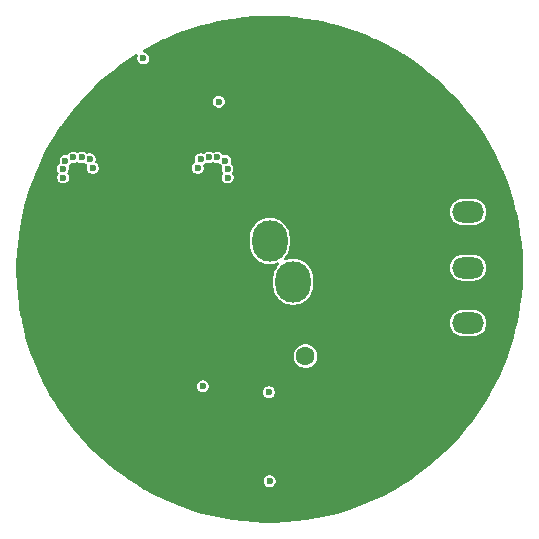
<source format=gbl>
%TF.GenerationSoftware,KiCad,Pcbnew,9.0.6*%
%TF.CreationDate,2025-12-14T23:52:50+01:00*%
%TF.ProjectId,ledConnect,6c656443-6f6e-46e6-9563-742e6b696361,rev?*%
%TF.SameCoordinates,Original*%
%TF.FileFunction,Copper,L4,Bot*%
%TF.FilePolarity,Positive*%
%FSLAX46Y46*%
G04 Gerber Fmt 4.6, Leading zero omitted, Abs format (unit mm)*
G04 Created by KiCad (PCBNEW 9.0.6) date 2025-12-14 23:52:50*
%MOMM*%
%LPD*%
G01*
G04 APERTURE LIST*
%TA.AperFunction,ComponentPad*%
%ADD10O,2.700000X1.800000*%
%TD*%
%TA.AperFunction,ComponentPad*%
%ADD11C,1.600000*%
%TD*%
%TA.AperFunction,ComponentPad*%
%ADD12O,3.000000X3.500000*%
%TD*%
%TA.AperFunction,ViaPad*%
%ADD13C,0.600000*%
%TD*%
G04 APERTURE END LIST*
D10*
%TO.P,SW1,1,1*%
%TO.N,VIN2*%
X169612500Y-88000000D03*
%TO.P,SW1,2,2*%
%TO.N,Net-(Q1-S-Pad1)*%
X169612500Y-92700000D03*
%TO.P,SW1,3,3*%
%TO.N,VDC*%
X169612500Y-97400000D03*
%TD*%
D11*
%TO.P,C1,1,1*%
%TO.N,VDC*%
X155832500Y-100200000D03*
%TO.P,C1,2,2*%
%TO.N,GND*%
X160832500Y-100200000D03*
%TD*%
D12*
%TO.P,U1,1,1*%
%TO.N,GND*%
X150812500Y-93900000D03*
%TO.P,U1,2,2*%
%TO.N,LED_DATA*%
X152812500Y-90440000D03*
%TO.P,U1,3,3*%
%TO.N,VIN*%
X154812500Y-93900000D03*
%TD*%
D13*
%TO.N,VDC*%
X147150000Y-102760000D03*
X148510000Y-78660000D03*
X142110000Y-75000000D03*
%TO.N,LED_DATA*%
X152810000Y-110775000D03*
X152750000Y-103250000D03*
%TO.N,VIN2*%
X135314764Y-85080000D03*
X135312500Y-84320000D03*
X146732500Y-84270000D03*
X136174764Y-83380000D03*
X149252500Y-85080000D03*
X137834764Y-84270000D03*
X146995918Y-83514609D03*
X148392500Y-83380000D03*
X135524764Y-83640000D03*
X136884764Y-83380000D03*
X149042500Y-83640000D03*
X137571346Y-83514609D03*
X147682500Y-83380000D03*
X149242500Y-84320000D03*
%TD*%
%TA.AperFunction,Conductor*%
%TO.N,GND*%
G36*
X153258357Y-71405186D02*
G01*
X154139093Y-71441615D01*
X154144171Y-71441930D01*
X155022658Y-71514724D01*
X155027673Y-71515243D01*
X155902426Y-71624281D01*
X155907497Y-71625019D01*
X156776953Y-71770106D01*
X156781962Y-71771049D01*
X157644687Y-71951944D01*
X157649654Y-71953093D01*
X158245622Y-72104012D01*
X158504166Y-72169484D01*
X158509109Y-72170845D01*
X159353954Y-72422367D01*
X159358784Y-72423915D01*
X160008366Y-72646916D01*
X160192506Y-72710132D01*
X160197318Y-72711896D01*
X160352203Y-72772332D01*
X161018509Y-73032325D01*
X161023173Y-73034257D01*
X161662064Y-73314501D01*
X161830448Y-73388361D01*
X161835069Y-73390502D01*
X162627039Y-73777673D01*
X162631479Y-73779958D01*
X163406768Y-74199523D01*
X163411212Y-74202049D01*
X163566024Y-74294297D01*
X164127493Y-74628860D01*
X164168442Y-74653260D01*
X164172790Y-74655974D01*
X164910733Y-75138096D01*
X164914964Y-75140988D01*
X165632346Y-75653188D01*
X165636427Y-75656231D01*
X166034230Y-75965853D01*
X166332037Y-76197646D01*
X166336016Y-76200877D01*
X167008638Y-76770558D01*
X167012480Y-76773950D01*
X167661015Y-77370969D01*
X167664713Y-77374518D01*
X168287981Y-77997786D01*
X168291530Y-78001484D01*
X168888549Y-78650019D01*
X168891941Y-78653861D01*
X169461622Y-79326483D01*
X169464853Y-79330462D01*
X169772748Y-79726044D01*
X170006262Y-80026064D01*
X170009311Y-80030153D01*
X170521511Y-80747535D01*
X170524403Y-80751766D01*
X171006525Y-81489709D01*
X171009239Y-81494057D01*
X171460450Y-82251287D01*
X171462982Y-82255743D01*
X171882531Y-83031002D01*
X171884835Y-83035478D01*
X172254138Y-83790898D01*
X172271983Y-83827401D01*
X172274138Y-83832051D01*
X172495144Y-84335892D01*
X172626323Y-84634951D01*
X172628227Y-84639290D01*
X172630183Y-84644014D01*
X172705464Y-84836941D01*
X172950603Y-85465181D01*
X172952367Y-85469993D01*
X173238576Y-86303690D01*
X173240140Y-86308571D01*
X173491654Y-87153391D01*
X173493015Y-87158333D01*
X173709403Y-88012832D01*
X173710558Y-88017825D01*
X173891447Y-88880523D01*
X173892395Y-88885560D01*
X174037479Y-89755001D01*
X174038218Y-89760073D01*
X174147251Y-90634785D01*
X174147779Y-90639883D01*
X174220567Y-91518309D01*
X174220885Y-91523425D01*
X174257313Y-92404142D01*
X174257419Y-92409266D01*
X174257419Y-93290733D01*
X174257313Y-93295857D01*
X174220885Y-94176574D01*
X174220567Y-94181690D01*
X174147779Y-95060116D01*
X174147251Y-95065214D01*
X174038218Y-95939926D01*
X174037479Y-95944998D01*
X173892395Y-96814439D01*
X173891447Y-96819476D01*
X173710558Y-97682174D01*
X173709403Y-97687167D01*
X173493015Y-98541666D01*
X173491654Y-98546608D01*
X173240140Y-99391428D01*
X173238576Y-99396309D01*
X172952367Y-100230006D01*
X172950603Y-100234818D01*
X172630188Y-101055974D01*
X172628227Y-101060709D01*
X172274138Y-101867948D01*
X172271983Y-101872598D01*
X171884845Y-102664501D01*
X171882515Y-102669029D01*
X171462982Y-103444256D01*
X171460450Y-103448712D01*
X171009239Y-104205942D01*
X171006525Y-104210290D01*
X170524403Y-104948233D01*
X170521511Y-104952464D01*
X170009311Y-105669846D01*
X170006247Y-105673955D01*
X169464853Y-106369537D01*
X169461622Y-106373516D01*
X168891941Y-107046138D01*
X168888549Y-107049980D01*
X168291530Y-107698515D01*
X168287981Y-107702213D01*
X167664713Y-108325481D01*
X167661015Y-108329030D01*
X167012480Y-108926049D01*
X167008638Y-108929441D01*
X166336016Y-109499122D01*
X166332037Y-109502353D01*
X165636455Y-110043747D01*
X165632346Y-110046811D01*
X164914964Y-110559011D01*
X164910733Y-110561903D01*
X164172790Y-111044025D01*
X164168442Y-111046739D01*
X163411212Y-111497950D01*
X163406756Y-111500482D01*
X162875639Y-111787908D01*
X162631517Y-111920021D01*
X162627001Y-111922345D01*
X162036911Y-112210822D01*
X161835098Y-112309483D01*
X161830448Y-112311638D01*
X161023209Y-112665727D01*
X161018474Y-112667688D01*
X160197318Y-112988103D01*
X160192506Y-112989867D01*
X159358809Y-113276076D01*
X159353928Y-113277640D01*
X158509108Y-113529154D01*
X158504166Y-113530515D01*
X157649667Y-113746903D01*
X157644674Y-113748058D01*
X156781976Y-113928947D01*
X156776939Y-113929895D01*
X155907498Y-114074979D01*
X155902426Y-114075718D01*
X155027714Y-114184751D01*
X155022616Y-114185279D01*
X154144190Y-114258067D01*
X154139074Y-114258385D01*
X153258358Y-114294813D01*
X153253234Y-114294919D01*
X152371766Y-114294919D01*
X152366642Y-114294813D01*
X151485925Y-114258385D01*
X151480809Y-114258067D01*
X150602383Y-114185279D01*
X150597285Y-114184751D01*
X149722573Y-114075718D01*
X149717501Y-114074979D01*
X148848060Y-113929895D01*
X148843023Y-113928947D01*
X147980325Y-113748058D01*
X147975332Y-113746903D01*
X147120833Y-113530515D01*
X147115891Y-113529154D01*
X146271071Y-113277640D01*
X146266190Y-113276076D01*
X145432493Y-112989867D01*
X145427681Y-112988103D01*
X144799441Y-112742964D01*
X144606514Y-112667683D01*
X144601802Y-112665732D01*
X144380923Y-112568845D01*
X143794551Y-112311638D01*
X143789901Y-112309483D01*
X142997978Y-111922335D01*
X142993502Y-111920031D01*
X142218243Y-111500482D01*
X142213787Y-111497950D01*
X141456557Y-111046739D01*
X141452210Y-111044025D01*
X141086124Y-110804849D01*
X141086032Y-110804790D01*
X140939580Y-110709108D01*
X152309500Y-110709108D01*
X152309500Y-110840891D01*
X152343608Y-110968187D01*
X152376554Y-111025250D01*
X152409500Y-111082314D01*
X152502686Y-111175500D01*
X152616814Y-111241392D01*
X152744108Y-111275500D01*
X152744110Y-111275500D01*
X152875890Y-111275500D01*
X152875892Y-111275500D01*
X153003186Y-111241392D01*
X153117314Y-111175500D01*
X153210500Y-111082314D01*
X153276392Y-110968186D01*
X153310500Y-110840892D01*
X153310500Y-110709108D01*
X153276392Y-110581814D01*
X153210500Y-110467686D01*
X153117314Y-110374500D01*
X153060250Y-110341554D01*
X153003187Y-110308608D01*
X152902218Y-110281554D01*
X152875892Y-110274500D01*
X152744108Y-110274500D01*
X152616812Y-110308608D01*
X152502686Y-110374500D01*
X152502683Y-110374502D01*
X152409502Y-110467683D01*
X152409500Y-110467686D01*
X152343608Y-110581812D01*
X152309500Y-110709108D01*
X140939580Y-110709108D01*
X140714266Y-110561903D01*
X140710035Y-110559011D01*
X139992653Y-110046811D01*
X139988564Y-110043762D01*
X139688544Y-109810248D01*
X139292962Y-109502353D01*
X139288983Y-109499122D01*
X138616361Y-108929441D01*
X138612519Y-108926049D01*
X137963984Y-108329030D01*
X137960286Y-108325481D01*
X137337018Y-107702213D01*
X137333469Y-107698515D01*
X136736450Y-107049980D01*
X136733058Y-107046138D01*
X136163377Y-106373516D01*
X136160146Y-106369537D01*
X135928353Y-106071730D01*
X135618731Y-105673927D01*
X135615688Y-105669846D01*
X135103488Y-104952464D01*
X135100596Y-104948233D01*
X134618474Y-104210290D01*
X134615760Y-104205942D01*
X134164549Y-103448712D01*
X134162017Y-103444256D01*
X133756057Y-102694108D01*
X146649500Y-102694108D01*
X146649500Y-102825891D01*
X146683608Y-102953187D01*
X146716554Y-103010250D01*
X146749500Y-103067314D01*
X146842686Y-103160500D01*
X146956814Y-103226392D01*
X147084108Y-103260500D01*
X147084110Y-103260500D01*
X147215890Y-103260500D01*
X147215892Y-103260500D01*
X147343186Y-103226392D01*
X147416424Y-103184108D01*
X152249500Y-103184108D01*
X152249500Y-103315891D01*
X152283608Y-103443187D01*
X152285532Y-103446519D01*
X152349500Y-103557314D01*
X152442686Y-103650500D01*
X152556814Y-103716392D01*
X152684108Y-103750500D01*
X152684110Y-103750500D01*
X152815890Y-103750500D01*
X152815892Y-103750500D01*
X152943186Y-103716392D01*
X153057314Y-103650500D01*
X153150500Y-103557314D01*
X153216392Y-103443186D01*
X153250500Y-103315892D01*
X153250500Y-103184108D01*
X153216392Y-103056814D01*
X153150500Y-102942686D01*
X153057314Y-102849500D01*
X153000250Y-102816554D01*
X152943187Y-102783608D01*
X152879539Y-102766554D01*
X152815892Y-102749500D01*
X152684108Y-102749500D01*
X152556812Y-102783608D01*
X152442686Y-102849500D01*
X152442683Y-102849502D01*
X152349502Y-102942683D01*
X152349500Y-102942686D01*
X152283608Y-103056812D01*
X152249500Y-103184108D01*
X147416424Y-103184108D01*
X147457314Y-103160500D01*
X147550500Y-103067314D01*
X147616392Y-102953186D01*
X147650500Y-102825892D01*
X147650500Y-102694108D01*
X147616392Y-102566814D01*
X147550500Y-102452686D01*
X147457314Y-102359500D01*
X147400250Y-102326554D01*
X147343187Y-102293608D01*
X147279539Y-102276554D01*
X147215892Y-102259500D01*
X147084108Y-102259500D01*
X146956812Y-102293608D01*
X146842686Y-102359500D01*
X146842683Y-102359502D01*
X146749502Y-102452683D01*
X146749500Y-102452686D01*
X146683608Y-102566812D01*
X146649500Y-102694108D01*
X133756057Y-102694108D01*
X133742458Y-102668979D01*
X133740173Y-102664539D01*
X133353002Y-101872569D01*
X133350861Y-101867948D01*
X133277001Y-101699564D01*
X132996757Y-101060673D01*
X132994825Y-101056009D01*
X132699262Y-100298543D01*
X154831999Y-100298543D01*
X154870447Y-100491829D01*
X154870450Y-100491839D01*
X154945864Y-100673907D01*
X154945871Y-100673920D01*
X155055360Y-100837781D01*
X155055363Y-100837785D01*
X155194714Y-100977136D01*
X155194718Y-100977139D01*
X155358579Y-101086628D01*
X155358592Y-101086635D01*
X155540660Y-101162049D01*
X155540665Y-101162051D01*
X155540669Y-101162051D01*
X155540670Y-101162052D01*
X155733956Y-101200500D01*
X155733959Y-101200500D01*
X155931043Y-101200500D01*
X156061082Y-101174632D01*
X156124335Y-101162051D01*
X156306414Y-101086632D01*
X156470282Y-100977139D01*
X156609639Y-100837782D01*
X156719132Y-100673914D01*
X156794551Y-100491835D01*
X156833000Y-100298541D01*
X156833000Y-100101459D01*
X156833000Y-100101456D01*
X156794552Y-99908170D01*
X156794551Y-99908169D01*
X156794551Y-99908165D01*
X156794549Y-99908160D01*
X156719135Y-99726092D01*
X156719128Y-99726079D01*
X156609639Y-99562218D01*
X156609636Y-99562214D01*
X156470285Y-99422863D01*
X156470281Y-99422860D01*
X156306420Y-99313371D01*
X156306407Y-99313364D01*
X156124339Y-99237950D01*
X156124329Y-99237947D01*
X155931043Y-99199500D01*
X155931041Y-99199500D01*
X155733959Y-99199500D01*
X155733957Y-99199500D01*
X155540670Y-99237947D01*
X155540660Y-99237950D01*
X155358592Y-99313364D01*
X155358579Y-99313371D01*
X155194718Y-99422860D01*
X155194714Y-99422863D01*
X155055363Y-99562214D01*
X155055360Y-99562218D01*
X154945871Y-99726079D01*
X154945864Y-99726092D01*
X154870450Y-99908160D01*
X154870447Y-99908170D01*
X154832000Y-100101456D01*
X154832000Y-100101459D01*
X154832000Y-100298541D01*
X154832000Y-100298543D01*
X154831999Y-100298543D01*
X132699262Y-100298543D01*
X132674396Y-100234818D01*
X132672632Y-100230005D01*
X132640233Y-100135629D01*
X132443379Y-99562214D01*
X132386415Y-99396284D01*
X132384867Y-99391454D01*
X132133345Y-98546608D01*
X132131984Y-98541666D01*
X131972377Y-97911391D01*
X131915593Y-97687154D01*
X131914441Y-97682174D01*
X131841429Y-97333964D01*
X131837115Y-97313389D01*
X168062000Y-97313389D01*
X168062000Y-97486611D01*
X168089098Y-97657701D01*
X168142627Y-97822445D01*
X168221268Y-97976788D01*
X168323086Y-98116928D01*
X168445572Y-98239414D01*
X168585712Y-98341232D01*
X168740055Y-98419873D01*
X168904799Y-98473402D01*
X169075889Y-98500500D01*
X169075890Y-98500500D01*
X170149110Y-98500500D01*
X170149111Y-98500500D01*
X170320201Y-98473402D01*
X170484945Y-98419873D01*
X170639288Y-98341232D01*
X170779428Y-98239414D01*
X170901914Y-98116928D01*
X171003732Y-97976788D01*
X171082373Y-97822445D01*
X171135902Y-97657701D01*
X171163000Y-97486611D01*
X171163000Y-97313389D01*
X171135902Y-97142299D01*
X171082373Y-96977555D01*
X171003732Y-96823212D01*
X170901914Y-96683072D01*
X170779428Y-96560586D01*
X170639288Y-96458768D01*
X170484945Y-96380127D01*
X170320201Y-96326598D01*
X170320199Y-96326597D01*
X170320198Y-96326597D01*
X170188771Y-96305781D01*
X170149111Y-96299500D01*
X169075889Y-96299500D01*
X169036228Y-96305781D01*
X168904802Y-96326597D01*
X168740052Y-96380128D01*
X168585711Y-96458768D01*
X168505756Y-96516859D01*
X168445572Y-96560586D01*
X168445570Y-96560588D01*
X168445569Y-96560588D01*
X168323088Y-96683069D01*
X168323088Y-96683070D01*
X168323086Y-96683072D01*
X168279359Y-96743256D01*
X168221268Y-96823211D01*
X168142628Y-96977552D01*
X168089097Y-97142302D01*
X168062000Y-97313389D01*
X131837115Y-97313389D01*
X131801241Y-97142299D01*
X131733549Y-96819462D01*
X131732604Y-96814439D01*
X131710682Y-96683070D01*
X131587519Y-95944997D01*
X131586781Y-95939926D01*
X131564815Y-95763706D01*
X131477743Y-95065173D01*
X131477224Y-95060158D01*
X131404430Y-94181671D01*
X131404114Y-94176574D01*
X131388559Y-93800500D01*
X131367687Y-93295857D01*
X131367581Y-93290733D01*
X131367581Y-92409266D01*
X131367687Y-92404142D01*
X131375369Y-92218404D01*
X131404115Y-91523403D01*
X131404432Y-91518309D01*
X131409384Y-91458549D01*
X131477224Y-90639836D01*
X131477743Y-90634831D01*
X131547083Y-90078549D01*
X151112000Y-90078549D01*
X151112000Y-90801450D01*
X151112001Y-90801466D01*
X151141094Y-91022452D01*
X151141095Y-91022457D01*
X151141096Y-91022463D01*
X151141097Y-91022465D01*
X151198790Y-91237780D01*
X151198793Y-91237790D01*
X151284093Y-91443722D01*
X151284095Y-91443726D01*
X151395552Y-91636774D01*
X151395557Y-91636780D01*
X151395558Y-91636782D01*
X151531251Y-91813622D01*
X151531257Y-91813629D01*
X151688870Y-91971242D01*
X151688877Y-91971248D01*
X151716150Y-91992175D01*
X151865726Y-92106948D01*
X152058774Y-92218405D01*
X152264719Y-92303710D01*
X152480037Y-92361404D01*
X152701043Y-92390500D01*
X152701050Y-92390500D01*
X152923950Y-92390500D01*
X152923957Y-92390500D01*
X153144963Y-92361404D01*
X153360281Y-92303710D01*
X153456323Y-92263927D01*
X153525792Y-92256459D01*
X153588272Y-92287734D01*
X153623924Y-92347823D01*
X153621431Y-92417648D01*
X153591458Y-92466170D01*
X153531250Y-92526378D01*
X153395558Y-92703217D01*
X153395552Y-92703226D01*
X153284095Y-92896273D01*
X153284093Y-92896277D01*
X153198793Y-93102209D01*
X153198790Y-93102219D01*
X153193371Y-93122445D01*
X153141097Y-93317534D01*
X153141094Y-93317547D01*
X153112001Y-93538533D01*
X153112000Y-93538549D01*
X153112000Y-94261450D01*
X153112001Y-94261466D01*
X153141094Y-94482452D01*
X153141095Y-94482457D01*
X153141096Y-94482463D01*
X153141097Y-94482465D01*
X153198790Y-94697780D01*
X153198793Y-94697790D01*
X153284093Y-94903722D01*
X153284095Y-94903726D01*
X153395552Y-95096774D01*
X153395557Y-95096780D01*
X153395558Y-95096782D01*
X153531251Y-95273622D01*
X153531257Y-95273629D01*
X153688870Y-95431242D01*
X153688876Y-95431247D01*
X153865726Y-95566948D01*
X154058774Y-95678405D01*
X154264719Y-95763710D01*
X154480037Y-95821404D01*
X154701043Y-95850500D01*
X154701050Y-95850500D01*
X154923950Y-95850500D01*
X154923957Y-95850500D01*
X155144963Y-95821404D01*
X155360281Y-95763710D01*
X155566226Y-95678405D01*
X155759274Y-95566948D01*
X155936124Y-95431247D01*
X156093747Y-95273624D01*
X156229448Y-95096774D01*
X156340905Y-94903726D01*
X156426210Y-94697781D01*
X156483904Y-94482463D01*
X156513000Y-94261457D01*
X156513000Y-93538543D01*
X156483904Y-93317537D01*
X156426210Y-93102219D01*
X156340905Y-92896274D01*
X156229448Y-92703226D01*
X156160514Y-92613389D01*
X168062000Y-92613389D01*
X168062000Y-92786611D01*
X168089098Y-92957701D01*
X168142627Y-93122445D01*
X168221268Y-93276788D01*
X168323086Y-93416928D01*
X168445572Y-93539414D01*
X168585712Y-93641232D01*
X168740055Y-93719873D01*
X168904799Y-93773402D01*
X169075889Y-93800500D01*
X169075890Y-93800500D01*
X170149110Y-93800500D01*
X170149111Y-93800500D01*
X170320201Y-93773402D01*
X170484945Y-93719873D01*
X170639288Y-93641232D01*
X170779428Y-93539414D01*
X170901914Y-93416928D01*
X171003732Y-93276788D01*
X171082373Y-93122445D01*
X171135902Y-92957701D01*
X171163000Y-92786611D01*
X171163000Y-92613389D01*
X171135902Y-92442299D01*
X171082373Y-92277555D01*
X171003732Y-92123212D01*
X170901914Y-91983072D01*
X170779428Y-91860586D01*
X170639288Y-91758768D01*
X170484945Y-91680127D01*
X170320201Y-91626598D01*
X170320199Y-91626597D01*
X170320198Y-91626597D01*
X170188771Y-91605781D01*
X170149111Y-91599500D01*
X169075889Y-91599500D01*
X169036228Y-91605781D01*
X168904802Y-91626597D01*
X168740052Y-91680128D01*
X168585711Y-91758768D01*
X168510214Y-91813621D01*
X168445572Y-91860586D01*
X168445570Y-91860588D01*
X168445569Y-91860588D01*
X168323088Y-91983069D01*
X168323088Y-91983070D01*
X168323086Y-91983072D01*
X168284421Y-92036290D01*
X168221268Y-92123211D01*
X168142628Y-92277552D01*
X168089097Y-92442302D01*
X168075781Y-92526377D01*
X168062000Y-92613389D01*
X156160514Y-92613389D01*
X156093747Y-92526376D01*
X156093742Y-92526370D01*
X155936129Y-92368757D01*
X155936122Y-92368751D01*
X155759282Y-92233058D01*
X155759280Y-92233057D01*
X155759274Y-92233052D01*
X155566226Y-92121595D01*
X155566222Y-92121593D01*
X155360290Y-92036293D01*
X155360283Y-92036291D01*
X155360281Y-92036290D01*
X155144963Y-91978596D01*
X155144957Y-91978595D01*
X155144952Y-91978594D01*
X154923966Y-91949501D01*
X154923963Y-91949500D01*
X154923957Y-91949500D01*
X154701043Y-91949500D01*
X154701037Y-91949500D01*
X154701033Y-91949501D01*
X154480047Y-91978594D01*
X154480040Y-91978595D01*
X154480037Y-91978596D01*
X154264719Y-92036290D01*
X154264703Y-92036295D01*
X154168675Y-92076071D01*
X154099205Y-92083540D01*
X154036726Y-92052264D01*
X154001075Y-91992175D01*
X154003569Y-91922350D01*
X154033540Y-91873830D01*
X154093747Y-91813624D01*
X154229448Y-91636774D01*
X154340905Y-91443726D01*
X154426210Y-91237781D01*
X154483904Y-91022463D01*
X154513000Y-90801457D01*
X154513000Y-90078543D01*
X154483904Y-89857537D01*
X154426210Y-89642219D01*
X154340905Y-89436274D01*
X154229448Y-89243226D01*
X154093747Y-89066376D01*
X154093742Y-89066370D01*
X153936129Y-88908757D01*
X153936122Y-88908751D01*
X153759282Y-88773058D01*
X153759280Y-88773057D01*
X153759274Y-88773052D01*
X153566226Y-88661595D01*
X153566222Y-88661593D01*
X153360290Y-88576293D01*
X153360283Y-88576291D01*
X153360281Y-88576290D01*
X153144963Y-88518596D01*
X153144957Y-88518595D01*
X153144952Y-88518594D01*
X152923966Y-88489501D01*
X152923963Y-88489500D01*
X152923957Y-88489500D01*
X152701043Y-88489500D01*
X152701037Y-88489500D01*
X152701033Y-88489501D01*
X152480047Y-88518594D01*
X152480040Y-88518595D01*
X152480037Y-88518596D01*
X152264719Y-88576290D01*
X152264709Y-88576293D01*
X152058777Y-88661593D01*
X152058773Y-88661595D01*
X151865726Y-88773052D01*
X151865717Y-88773058D01*
X151688877Y-88908751D01*
X151688870Y-88908757D01*
X151531257Y-89066370D01*
X151531251Y-89066377D01*
X151395558Y-89243217D01*
X151395552Y-89243226D01*
X151284095Y-89436273D01*
X151284093Y-89436277D01*
X151198793Y-89642209D01*
X151198790Y-89642219D01*
X151141097Y-89857534D01*
X151141094Y-89857547D01*
X151112001Y-90078533D01*
X151112000Y-90078549D01*
X131547083Y-90078549D01*
X131586781Y-89760066D01*
X131587520Y-89755001D01*
X131640706Y-89436274D01*
X131732608Y-88885537D01*
X131733547Y-88880546D01*
X131914446Y-88017801D01*
X131915587Y-88012866D01*
X131940778Y-87913389D01*
X168062000Y-87913389D01*
X168062000Y-88086611D01*
X168089098Y-88257701D01*
X168142627Y-88422445D01*
X168221268Y-88576788D01*
X168323086Y-88716928D01*
X168445572Y-88839414D01*
X168585712Y-88941232D01*
X168740055Y-89019873D01*
X168904799Y-89073402D01*
X169075889Y-89100500D01*
X169075890Y-89100500D01*
X170149110Y-89100500D01*
X170149111Y-89100500D01*
X170320201Y-89073402D01*
X170484945Y-89019873D01*
X170639288Y-88941232D01*
X170779428Y-88839414D01*
X170901914Y-88716928D01*
X171003732Y-88576788D01*
X171082373Y-88422445D01*
X171135902Y-88257701D01*
X171163000Y-88086611D01*
X171163000Y-87913389D01*
X171135902Y-87742299D01*
X171082373Y-87577555D01*
X171003732Y-87423212D01*
X170901914Y-87283072D01*
X170779428Y-87160586D01*
X170639288Y-87058768D01*
X170484945Y-86980127D01*
X170320201Y-86926598D01*
X170320199Y-86926597D01*
X170320198Y-86926597D01*
X170188771Y-86905781D01*
X170149111Y-86899500D01*
X169075889Y-86899500D01*
X169036228Y-86905781D01*
X168904802Y-86926597D01*
X168740052Y-86980128D01*
X168585711Y-87058768D01*
X168505756Y-87116859D01*
X168445572Y-87160586D01*
X168445570Y-87160588D01*
X168445569Y-87160588D01*
X168323088Y-87283069D01*
X168323088Y-87283070D01*
X168323086Y-87283072D01*
X168279359Y-87343256D01*
X168221268Y-87423211D01*
X168142628Y-87577552D01*
X168089097Y-87742302D01*
X168081763Y-87788609D01*
X168062000Y-87913389D01*
X131940778Y-87913389D01*
X132131986Y-87158322D01*
X132133345Y-87153391D01*
X132184928Y-86980127D01*
X132384871Y-86308531D01*
X132386410Y-86303729D01*
X132672634Y-85469985D01*
X132674396Y-85465181D01*
X132749312Y-85273187D01*
X132994832Y-84643972D01*
X132996750Y-84639342D01*
X133165729Y-84254108D01*
X134812000Y-84254108D01*
X134812000Y-84385891D01*
X134846108Y-84513187D01*
X134880459Y-84572684D01*
X134912000Y-84627314D01*
X134912001Y-84627315D01*
X134916064Y-84634352D01*
X134914553Y-84635223D01*
X134936177Y-84691162D01*
X134922137Y-84759606D01*
X134918274Y-84765617D01*
X134918328Y-84765648D01*
X134848372Y-84886812D01*
X134814264Y-85014108D01*
X134814264Y-85145891D01*
X134848372Y-85273187D01*
X134881318Y-85330250D01*
X134914264Y-85387314D01*
X135007450Y-85480500D01*
X135121578Y-85546392D01*
X135248872Y-85580500D01*
X135248874Y-85580500D01*
X135380654Y-85580500D01*
X135380656Y-85580500D01*
X135507950Y-85546392D01*
X135622078Y-85480500D01*
X135715264Y-85387314D01*
X135781156Y-85273186D01*
X135815264Y-85145892D01*
X135815264Y-85014108D01*
X135781156Y-84886814D01*
X135715264Y-84772686D01*
X135715262Y-84772684D01*
X135711200Y-84765648D01*
X135712710Y-84764776D01*
X135691086Y-84708841D01*
X135705124Y-84640396D01*
X135708989Y-84634383D01*
X135708936Y-84634352D01*
X135712998Y-84627315D01*
X135713000Y-84627314D01*
X135778892Y-84513186D01*
X135813000Y-84385892D01*
X135813000Y-84254108D01*
X135790222Y-84169098D01*
X135791885Y-84099252D01*
X135818424Y-84053400D01*
X135828110Y-84042790D01*
X135832078Y-84040500D01*
X135925264Y-83947314D01*
X135942430Y-83917580D01*
X135951509Y-83907637D01*
X135970327Y-83896222D01*
X135986257Y-83881032D01*
X135999616Y-83878456D01*
X136011248Y-83871401D01*
X136033250Y-83871972D01*
X136054863Y-83867806D01*
X136075171Y-83871469D01*
X136108872Y-83880500D01*
X136108874Y-83880500D01*
X136240654Y-83880500D01*
X136240656Y-83880500D01*
X136367950Y-83846392D01*
X136467765Y-83788763D01*
X136535663Y-83772291D01*
X136591762Y-83788763D01*
X136649197Y-83821923D01*
X136691574Y-83846390D01*
X136691578Y-83846392D01*
X136818872Y-83880500D01*
X136818874Y-83880500D01*
X136950654Y-83880500D01*
X136950656Y-83880500D01*
X137077950Y-83846392D01*
X137077956Y-83846388D01*
X137084390Y-83843724D01*
X137096893Y-83842379D01*
X137108057Y-83836587D01*
X137130976Y-83838714D01*
X137153859Y-83836254D01*
X137166770Y-83842037D01*
X137177627Y-83843045D01*
X137196002Y-83855130D01*
X137208239Y-83860612D01*
X137214188Y-83865265D01*
X137264032Y-83915109D01*
X137317052Y-83945720D01*
X137323910Y-83951084D01*
X137339386Y-83972697D01*
X137357731Y-83991936D01*
X137359413Y-84000663D01*
X137364589Y-84007891D01*
X137365923Y-84034440D01*
X137370955Y-84060543D01*
X137368046Y-84076663D01*
X137368097Y-84077672D01*
X137367757Y-84078263D01*
X137367291Y-84080849D01*
X137334264Y-84204108D01*
X137334264Y-84335891D01*
X137368372Y-84463187D01*
X137397240Y-84513186D01*
X137434264Y-84577314D01*
X137527450Y-84670500D01*
X137641578Y-84736392D01*
X137768872Y-84770500D01*
X137768874Y-84770500D01*
X137900654Y-84770500D01*
X137900656Y-84770500D01*
X138027950Y-84736392D01*
X138142078Y-84670500D01*
X138235264Y-84577314D01*
X138301156Y-84463186D01*
X138335264Y-84335892D01*
X138335264Y-84204108D01*
X146232000Y-84204108D01*
X146232000Y-84335891D01*
X146266108Y-84463187D01*
X146294976Y-84513186D01*
X146332000Y-84577314D01*
X146425186Y-84670500D01*
X146539314Y-84736392D01*
X146666608Y-84770500D01*
X146666610Y-84770500D01*
X146798390Y-84770500D01*
X146798392Y-84770500D01*
X146925686Y-84736392D01*
X147039814Y-84670500D01*
X147133000Y-84577314D01*
X147198892Y-84463186D01*
X147233000Y-84335892D01*
X147233000Y-84204108D01*
X147199972Y-84080845D01*
X147200434Y-84061424D01*
X147195903Y-84042529D01*
X147201248Y-84027214D01*
X147201635Y-84011000D01*
X147212526Y-83994907D01*
X147218930Y-83976563D01*
X147234490Y-83962454D01*
X147240797Y-83953137D01*
X147243353Y-83951084D01*
X147250207Y-83945722D01*
X147303232Y-83915109D01*
X147353079Y-83865261D01*
X147359024Y-83860612D01*
X147384755Y-83850389D01*
X147409059Y-83837118D01*
X147416771Y-83837669D01*
X147423957Y-83834815D01*
X147451131Y-83840126D01*
X147478750Y-83842102D01*
X147482870Y-83843723D01*
X147489310Y-83846390D01*
X147489311Y-83846390D01*
X147489314Y-83846392D01*
X147616608Y-83880500D01*
X147616610Y-83880500D01*
X147748390Y-83880500D01*
X147748392Y-83880500D01*
X147875686Y-83846392D01*
X147975501Y-83788763D01*
X148043399Y-83772291D01*
X148099498Y-83788763D01*
X148156933Y-83821923D01*
X148199310Y-83846390D01*
X148199314Y-83846392D01*
X148326608Y-83880500D01*
X148326610Y-83880500D01*
X148458390Y-83880500D01*
X148458392Y-83880500D01*
X148492088Y-83871471D01*
X148561935Y-83873132D01*
X148616326Y-83908267D01*
X148625048Y-83917952D01*
X148642000Y-83947314D01*
X148735186Y-84040500D01*
X148735640Y-84040762D01*
X148739541Y-84045094D01*
X148753312Y-84073786D01*
X148768562Y-84101714D01*
X148768474Y-84105377D01*
X148769774Y-84108084D01*
X148768087Y-84121648D01*
X148767171Y-84160164D01*
X148742000Y-84254106D01*
X148742000Y-84385891D01*
X148776108Y-84513187D01*
X148842002Y-84627317D01*
X148845162Y-84631435D01*
X148870356Y-84696605D01*
X148856317Y-84765049D01*
X148854173Y-84768921D01*
X148786109Y-84886810D01*
X148786109Y-84886811D01*
X148752000Y-85014108D01*
X148752000Y-85145891D01*
X148786108Y-85273187D01*
X148819054Y-85330250D01*
X148852000Y-85387314D01*
X148945186Y-85480500D01*
X149059314Y-85546392D01*
X149186608Y-85580500D01*
X149186610Y-85580500D01*
X149318390Y-85580500D01*
X149318392Y-85580500D01*
X149445686Y-85546392D01*
X149559814Y-85480500D01*
X149653000Y-85387314D01*
X149718892Y-85273186D01*
X149753000Y-85145892D01*
X149753000Y-85014108D01*
X149718892Y-84886814D01*
X149653000Y-84772686D01*
X149652999Y-84772685D01*
X149652997Y-84772681D01*
X149649838Y-84768565D01*
X149624643Y-84703396D01*
X149638681Y-84634951D01*
X149640826Y-84631077D01*
X149642996Y-84627317D01*
X149643000Y-84627314D01*
X149708892Y-84513186D01*
X149743000Y-84385892D01*
X149743000Y-84254108D01*
X149708892Y-84126814D01*
X149705909Y-84121648D01*
X149684813Y-84085108D01*
X149643000Y-84012686D01*
X149549922Y-83919608D01*
X149516437Y-83858285D01*
X149517827Y-83799836D01*
X149543000Y-83705892D01*
X149543000Y-83574108D01*
X149508892Y-83446814D01*
X149443000Y-83332686D01*
X149349814Y-83239500D01*
X149292750Y-83206554D01*
X149235687Y-83173608D01*
X149172039Y-83156554D01*
X149108392Y-83139500D01*
X148976608Y-83139500D01*
X148976606Y-83139500D01*
X148942910Y-83148529D01*
X148873060Y-83146865D01*
X148815198Y-83107702D01*
X148803432Y-83090755D01*
X148793000Y-83072686D01*
X148699814Y-82979500D01*
X148642750Y-82946554D01*
X148585687Y-82913608D01*
X148522039Y-82896554D01*
X148458392Y-82879500D01*
X148326608Y-82879500D01*
X148199314Y-82913608D01*
X148199313Y-82913608D01*
X148199311Y-82913609D01*
X148199310Y-82913609D01*
X148099500Y-82971235D01*
X148031600Y-82987708D01*
X147975500Y-82971235D01*
X147875689Y-82913609D01*
X147875686Y-82913608D01*
X147748392Y-82879500D01*
X147616608Y-82879500D01*
X147489312Y-82913608D01*
X147375186Y-82979500D01*
X147375182Y-82979503D01*
X147330679Y-83024006D01*
X147269356Y-83057490D01*
X147199664Y-83052505D01*
X147195551Y-83050887D01*
X147189107Y-83048218D01*
X147189104Y-83048217D01*
X147061810Y-83014109D01*
X146930026Y-83014109D01*
X146802730Y-83048217D01*
X146688604Y-83114109D01*
X146688601Y-83114111D01*
X146595420Y-83207292D01*
X146595418Y-83207295D01*
X146529526Y-83321421D01*
X146495928Y-83446812D01*
X146495418Y-83448717D01*
X146495418Y-83580501D01*
X146528444Y-83703758D01*
X146528445Y-83703759D01*
X146526782Y-83773609D01*
X146487619Y-83831471D01*
X146470671Y-83843238D01*
X146425192Y-83869495D01*
X146425183Y-83869502D01*
X146332002Y-83962683D01*
X146332000Y-83962686D01*
X146266108Y-84076812D01*
X146232000Y-84204108D01*
X138335264Y-84204108D01*
X138301156Y-84076814D01*
X138235264Y-83962686D01*
X138142078Y-83869500D01*
X138108977Y-83850389D01*
X138096593Y-83843239D01*
X138048377Y-83792672D01*
X138035155Y-83724065D01*
X138038814Y-83703777D01*
X138071846Y-83580501D01*
X138071846Y-83448717D01*
X138037738Y-83321423D01*
X137971846Y-83207295D01*
X137878660Y-83114109D01*
X137806924Y-83072692D01*
X137764533Y-83048217D01*
X137674174Y-83024006D01*
X137637238Y-83014109D01*
X137505454Y-83014109D01*
X137425517Y-83035528D01*
X137378153Y-83048219D01*
X137371709Y-83050888D01*
X137302239Y-83058352D01*
X137239762Y-83027073D01*
X137236583Y-83024005D01*
X137192080Y-82979502D01*
X137192078Y-82979500D01*
X137135014Y-82946554D01*
X137077951Y-82913608D01*
X137014303Y-82896554D01*
X136950656Y-82879500D01*
X136818872Y-82879500D01*
X136691578Y-82913608D01*
X136691577Y-82913608D01*
X136691575Y-82913609D01*
X136691574Y-82913609D01*
X136591764Y-82971235D01*
X136523864Y-82987708D01*
X136467764Y-82971235D01*
X136367953Y-82913609D01*
X136367950Y-82913608D01*
X136240656Y-82879500D01*
X136108872Y-82879500D01*
X135981576Y-82913608D01*
X135867450Y-82979500D01*
X135867447Y-82979502D01*
X135774266Y-83072683D01*
X135774259Y-83072692D01*
X135763831Y-83090755D01*
X135713264Y-83138970D01*
X135644656Y-83152192D01*
X135624354Y-83148529D01*
X135611173Y-83144997D01*
X135590657Y-83139500D01*
X135590656Y-83139500D01*
X135458872Y-83139500D01*
X135331576Y-83173608D01*
X135217450Y-83239500D01*
X135217447Y-83239502D01*
X135124266Y-83332683D01*
X135124264Y-83332686D01*
X135058372Y-83446812D01*
X135024264Y-83574108D01*
X135024264Y-83705892D01*
X135031478Y-83732814D01*
X135047041Y-83790898D01*
X135045378Y-83860748D01*
X135010079Y-83912899D01*
X135010933Y-83913753D01*
X135006506Y-83918179D01*
X135006215Y-83918610D01*
X135005532Y-83919153D01*
X134912002Y-84012683D01*
X134912000Y-84012686D01*
X134846108Y-84126812D01*
X134812000Y-84254108D01*
X133165729Y-84254108D01*
X133350864Y-83832042D01*
X133352993Y-83827449D01*
X133740183Y-83035440D01*
X133742448Y-83031039D01*
X134162035Y-82255710D01*
X134164549Y-82251287D01*
X134459321Y-81756596D01*
X134615775Y-81494032D01*
X134618458Y-81489734D01*
X135100606Y-80751750D01*
X135103488Y-80747535D01*
X135195423Y-80618771D01*
X135615709Y-80030124D01*
X135618713Y-80026095D01*
X136160148Y-79330458D01*
X136163377Y-79326483D01*
X136733083Y-78653832D01*
X136736425Y-78650047D01*
X136787920Y-78594108D01*
X148009500Y-78594108D01*
X148009500Y-78725891D01*
X148043608Y-78853187D01*
X148076554Y-78910250D01*
X148109500Y-78967314D01*
X148202686Y-79060500D01*
X148316814Y-79126392D01*
X148444108Y-79160500D01*
X148444110Y-79160500D01*
X148575890Y-79160500D01*
X148575892Y-79160500D01*
X148703186Y-79126392D01*
X148817314Y-79060500D01*
X148910500Y-78967314D01*
X148976392Y-78853186D01*
X149010500Y-78725892D01*
X149010500Y-78594108D01*
X148976392Y-78466814D01*
X148910500Y-78352686D01*
X148817314Y-78259500D01*
X148760250Y-78226554D01*
X148703187Y-78193608D01*
X148639539Y-78176554D01*
X148575892Y-78159500D01*
X148444108Y-78159500D01*
X148316812Y-78193608D01*
X148202686Y-78259500D01*
X148202683Y-78259502D01*
X148109502Y-78352683D01*
X148109500Y-78352686D01*
X148043608Y-78466812D01*
X148009500Y-78594108D01*
X136787920Y-78594108D01*
X137333492Y-78001459D01*
X137336994Y-77997810D01*
X137960310Y-77374494D01*
X137963959Y-77370992D01*
X138612547Y-76773925D01*
X138616332Y-76770583D01*
X139288986Y-76200874D01*
X139292962Y-76197646D01*
X139523364Y-76018317D01*
X139988595Y-75656213D01*
X139992624Y-75653209D01*
X140710035Y-75140988D01*
X140714250Y-75138106D01*
X141452234Y-74655958D01*
X141456523Y-74653280D01*
X141468295Y-74646266D01*
X141535959Y-74628860D01*
X141602295Y-74650799D01*
X141646239Y-74705119D01*
X141653839Y-74774574D01*
X141646333Y-74800231D01*
X141643610Y-74806804D01*
X141609500Y-74934108D01*
X141609500Y-75065891D01*
X141643608Y-75193187D01*
X141676554Y-75250250D01*
X141709500Y-75307314D01*
X141802686Y-75400500D01*
X141916814Y-75466392D01*
X142044108Y-75500500D01*
X142044110Y-75500500D01*
X142175890Y-75500500D01*
X142175892Y-75500500D01*
X142303186Y-75466392D01*
X142417314Y-75400500D01*
X142510500Y-75307314D01*
X142576392Y-75193186D01*
X142610500Y-75065892D01*
X142610500Y-74934108D01*
X142576392Y-74806814D01*
X142510500Y-74692686D01*
X142417314Y-74599500D01*
X142360250Y-74566554D01*
X142303187Y-74533608D01*
X142239539Y-74516554D01*
X142175892Y-74499500D01*
X142164942Y-74499500D01*
X142162855Y-74498887D01*
X142160749Y-74499429D01*
X142129485Y-74489088D01*
X142097903Y-74479815D01*
X142096479Y-74478172D01*
X142094414Y-74477489D01*
X142073696Y-74451879D01*
X142052148Y-74427011D01*
X142051838Y-74424859D01*
X142050470Y-74423168D01*
X142046888Y-74390430D01*
X142042204Y-74357853D01*
X142043107Y-74355874D01*
X142042871Y-74353713D01*
X142057552Y-74324244D01*
X142071229Y-74294297D01*
X142073362Y-74292510D01*
X142074028Y-74291175D01*
X142101468Y-74268977D01*
X142110522Y-74263581D01*
X142213799Y-74202041D01*
X142218210Y-74199535D01*
X142993539Y-73779948D01*
X142997940Y-73777683D01*
X143789949Y-73390493D01*
X143794551Y-73388361D01*
X143936143Y-73326253D01*
X144601842Y-73034250D01*
X144606472Y-73032332D01*
X145427689Y-72711893D01*
X145432485Y-72710134D01*
X146266229Y-72423910D01*
X146271031Y-72422371D01*
X147115903Y-72170841D01*
X147120822Y-72169486D01*
X147975355Y-71953090D01*
X147980301Y-71951946D01*
X148843046Y-71771047D01*
X148848037Y-71770108D01*
X149717509Y-71625018D01*
X149722566Y-71624281D01*
X150597331Y-71515243D01*
X150602336Y-71514724D01*
X151480831Y-71441930D01*
X151485903Y-71441615D01*
X152366642Y-71405186D01*
X152371766Y-71405081D01*
X153253234Y-71405081D01*
X153258357Y-71405186D01*
G37*
%TD.AperFunction*%
%TD*%
M02*

</source>
